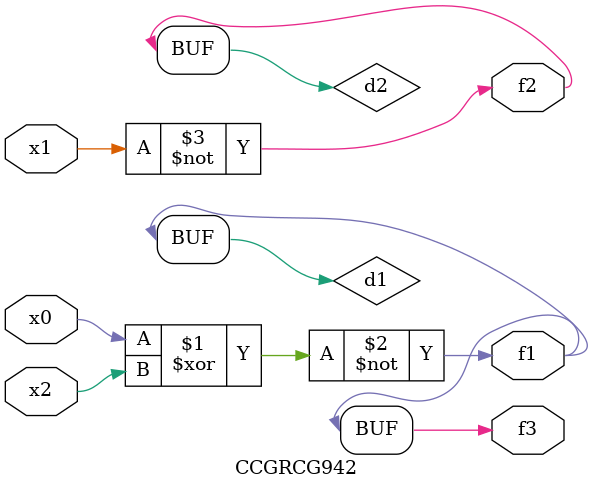
<source format=v>
module CCGRCG942(
	input x0, x1, x2,
	output f1, f2, f3
);

	wire d1, d2, d3;

	xnor (d1, x0, x2);
	nand (d2, x1);
	nor (d3, x1, x2);
	assign f1 = d1;
	assign f2 = d2;
	assign f3 = d1;
endmodule

</source>
